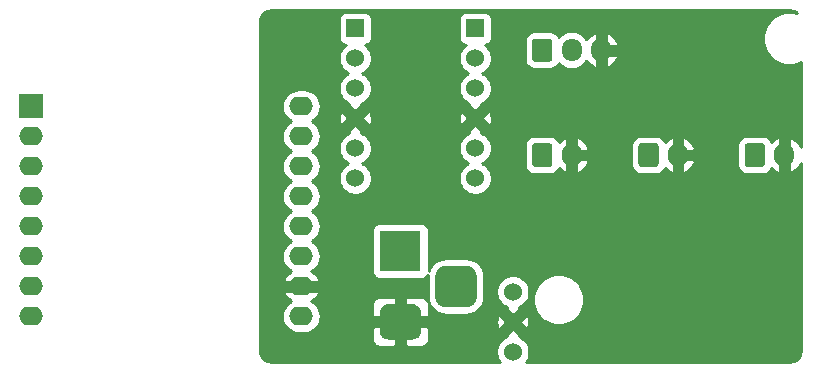
<source format=gbr>
G04 #@! TF.GenerationSoftware,KiCad,Pcbnew,(5.1.5)-3*
G04 #@! TF.CreationDate,2021-02-16T20:40:51+01:00*
G04 #@! TF.ProjectId,Nanoleafs,4e616e6f-6c65-4616-9673-2e6b69636164,rev?*
G04 #@! TF.SameCoordinates,Original*
G04 #@! TF.FileFunction,Copper,L2,Bot*
G04 #@! TF.FilePolarity,Positive*
%FSLAX46Y46*%
G04 Gerber Fmt 4.6, Leading zero omitted, Abs format (unit mm)*
G04 Created by KiCad (PCBNEW (5.1.5)-3) date 2021-02-16 20:40:51*
%MOMM*%
%LPD*%
G04 APERTURE LIST*
%ADD10O,1.700000X2.000000*%
%ADD11C,0.100000*%
%ADD12R,3.500000X3.500000*%
%ADD13C,1.524000*%
%ADD14O,1.700000X1.950000*%
%ADD15R,1.524000X1.524000*%
%ADD16O,2.000000X1.600000*%
%ADD17R,2.000000X2.000000*%
%ADD18C,0.254000*%
G04 APERTURE END LIST*
D10*
X106000000Y-30375000D03*
G04 #@! TA.AperFunction,ComponentPad*
D11*
G36*
X104124504Y-29376204D02*
G01*
X104148773Y-29379804D01*
X104172571Y-29385765D01*
X104195671Y-29394030D01*
X104217849Y-29404520D01*
X104238893Y-29417133D01*
X104258598Y-29431747D01*
X104276777Y-29448223D01*
X104293253Y-29466402D01*
X104307867Y-29486107D01*
X104320480Y-29507151D01*
X104330970Y-29529329D01*
X104339235Y-29552429D01*
X104345196Y-29576227D01*
X104348796Y-29600496D01*
X104350000Y-29625000D01*
X104350000Y-31125000D01*
X104348796Y-31149504D01*
X104345196Y-31173773D01*
X104339235Y-31197571D01*
X104330970Y-31220671D01*
X104320480Y-31242849D01*
X104307867Y-31263893D01*
X104293253Y-31283598D01*
X104276777Y-31301777D01*
X104258598Y-31318253D01*
X104238893Y-31332867D01*
X104217849Y-31345480D01*
X104195671Y-31355970D01*
X104172571Y-31364235D01*
X104148773Y-31370196D01*
X104124504Y-31373796D01*
X104100000Y-31375000D01*
X102900000Y-31375000D01*
X102875496Y-31373796D01*
X102851227Y-31370196D01*
X102827429Y-31364235D01*
X102804329Y-31355970D01*
X102782151Y-31345480D01*
X102761107Y-31332867D01*
X102741402Y-31318253D01*
X102723223Y-31301777D01*
X102706747Y-31283598D01*
X102692133Y-31263893D01*
X102679520Y-31242849D01*
X102669030Y-31220671D01*
X102660765Y-31197571D01*
X102654804Y-31173773D01*
X102651204Y-31149504D01*
X102650000Y-31125000D01*
X102650000Y-29625000D01*
X102651204Y-29600496D01*
X102654804Y-29576227D01*
X102660765Y-29552429D01*
X102669030Y-29529329D01*
X102679520Y-29507151D01*
X102692133Y-29486107D01*
X102706747Y-29466402D01*
X102723223Y-29448223D01*
X102741402Y-29431747D01*
X102761107Y-29417133D01*
X102782151Y-29404520D01*
X102804329Y-29394030D01*
X102827429Y-29385765D01*
X102851227Y-29379804D01*
X102875496Y-29376204D01*
X102900000Y-29375000D01*
X104100000Y-29375000D01*
X104124504Y-29376204D01*
G37*
G04 #@! TD.AperFunction*
G04 #@! TA.AperFunction,ComponentPad*
G36*
X79160765Y-39754213D02*
G01*
X79245704Y-39766813D01*
X79328999Y-39787677D01*
X79409848Y-39816605D01*
X79487472Y-39853319D01*
X79561124Y-39897464D01*
X79630094Y-39948616D01*
X79693718Y-40006282D01*
X79751384Y-40069906D01*
X79802536Y-40138876D01*
X79846681Y-40212528D01*
X79883395Y-40290152D01*
X79912323Y-40371001D01*
X79933187Y-40454296D01*
X79945787Y-40539235D01*
X79950000Y-40625000D01*
X79950000Y-42375000D01*
X79945787Y-42460765D01*
X79933187Y-42545704D01*
X79912323Y-42628999D01*
X79883395Y-42709848D01*
X79846681Y-42787472D01*
X79802536Y-42861124D01*
X79751384Y-42930094D01*
X79693718Y-42993718D01*
X79630094Y-43051384D01*
X79561124Y-43102536D01*
X79487472Y-43146681D01*
X79409848Y-43183395D01*
X79328999Y-43212323D01*
X79245704Y-43233187D01*
X79160765Y-43245787D01*
X79075000Y-43250000D01*
X77325000Y-43250000D01*
X77239235Y-43245787D01*
X77154296Y-43233187D01*
X77071001Y-43212323D01*
X76990152Y-43183395D01*
X76912528Y-43146681D01*
X76838876Y-43102536D01*
X76769906Y-43051384D01*
X76706282Y-42993718D01*
X76648616Y-42930094D01*
X76597464Y-42861124D01*
X76553319Y-42787472D01*
X76516605Y-42709848D01*
X76487677Y-42628999D01*
X76466813Y-42545704D01*
X76454213Y-42460765D01*
X76450000Y-42375000D01*
X76450000Y-40625000D01*
X76454213Y-40539235D01*
X76466813Y-40454296D01*
X76487677Y-40371001D01*
X76516605Y-40290152D01*
X76553319Y-40212528D01*
X76597464Y-40138876D01*
X76648616Y-40069906D01*
X76706282Y-40006282D01*
X76769906Y-39948616D01*
X76838876Y-39897464D01*
X76912528Y-39853319D01*
X76990152Y-39816605D01*
X77071001Y-39787677D01*
X77154296Y-39766813D01*
X77239235Y-39754213D01*
X77325000Y-39750000D01*
X79075000Y-39750000D01*
X79160765Y-39754213D01*
G37*
G04 #@! TD.AperFunction*
G04 #@! TA.AperFunction,ComponentPad*
G36*
X74573513Y-43003611D02*
G01*
X74646318Y-43014411D01*
X74717714Y-43032295D01*
X74787013Y-43057090D01*
X74853548Y-43088559D01*
X74916678Y-43126398D01*
X74975795Y-43170242D01*
X75030330Y-43219670D01*
X75079758Y-43274205D01*
X75123602Y-43333322D01*
X75161441Y-43396452D01*
X75192910Y-43462987D01*
X75217705Y-43532286D01*
X75235589Y-43603682D01*
X75246389Y-43676487D01*
X75250000Y-43750000D01*
X75250000Y-45250000D01*
X75246389Y-45323513D01*
X75235589Y-45396318D01*
X75217705Y-45467714D01*
X75192910Y-45537013D01*
X75161441Y-45603548D01*
X75123602Y-45666678D01*
X75079758Y-45725795D01*
X75030330Y-45780330D01*
X74975795Y-45829758D01*
X74916678Y-45873602D01*
X74853548Y-45911441D01*
X74787013Y-45942910D01*
X74717714Y-45967705D01*
X74646318Y-45985589D01*
X74573513Y-45996389D01*
X74500000Y-46000000D01*
X72500000Y-46000000D01*
X72426487Y-45996389D01*
X72353682Y-45985589D01*
X72282286Y-45967705D01*
X72212987Y-45942910D01*
X72146452Y-45911441D01*
X72083322Y-45873602D01*
X72024205Y-45829758D01*
X71969670Y-45780330D01*
X71920242Y-45725795D01*
X71876398Y-45666678D01*
X71838559Y-45603548D01*
X71807090Y-45537013D01*
X71782295Y-45467714D01*
X71764411Y-45396318D01*
X71753611Y-45323513D01*
X71750000Y-45250000D01*
X71750000Y-43750000D01*
X71753611Y-43676487D01*
X71764411Y-43603682D01*
X71782295Y-43532286D01*
X71807090Y-43462987D01*
X71838559Y-43396452D01*
X71876398Y-43333322D01*
X71920242Y-43274205D01*
X71969670Y-43219670D01*
X72024205Y-43170242D01*
X72083322Y-43126398D01*
X72146452Y-43088559D01*
X72212987Y-43057090D01*
X72282286Y-43032295D01*
X72353682Y-43014411D01*
X72426487Y-43003611D01*
X72500000Y-43000000D01*
X74500000Y-43000000D01*
X74573513Y-43003611D01*
G37*
G04 #@! TD.AperFunction*
D12*
X73500000Y-38500000D03*
D13*
X83020000Y-47040000D03*
X83020000Y-44500000D03*
X83020000Y-41960000D03*
D10*
X97000000Y-30375000D03*
G04 #@! TA.AperFunction,ComponentPad*
D11*
G36*
X95124504Y-29376204D02*
G01*
X95148773Y-29379804D01*
X95172571Y-29385765D01*
X95195671Y-29394030D01*
X95217849Y-29404520D01*
X95238893Y-29417133D01*
X95258598Y-29431747D01*
X95276777Y-29448223D01*
X95293253Y-29466402D01*
X95307867Y-29486107D01*
X95320480Y-29507151D01*
X95330970Y-29529329D01*
X95339235Y-29552429D01*
X95345196Y-29576227D01*
X95348796Y-29600496D01*
X95350000Y-29625000D01*
X95350000Y-31125000D01*
X95348796Y-31149504D01*
X95345196Y-31173773D01*
X95339235Y-31197571D01*
X95330970Y-31220671D01*
X95320480Y-31242849D01*
X95307867Y-31263893D01*
X95293253Y-31283598D01*
X95276777Y-31301777D01*
X95258598Y-31318253D01*
X95238893Y-31332867D01*
X95217849Y-31345480D01*
X95195671Y-31355970D01*
X95172571Y-31364235D01*
X95148773Y-31370196D01*
X95124504Y-31373796D01*
X95100000Y-31375000D01*
X93900000Y-31375000D01*
X93875496Y-31373796D01*
X93851227Y-31370196D01*
X93827429Y-31364235D01*
X93804329Y-31355970D01*
X93782151Y-31345480D01*
X93761107Y-31332867D01*
X93741402Y-31318253D01*
X93723223Y-31301777D01*
X93706747Y-31283598D01*
X93692133Y-31263893D01*
X93679520Y-31242849D01*
X93669030Y-31220671D01*
X93660765Y-31197571D01*
X93654804Y-31173773D01*
X93651204Y-31149504D01*
X93650000Y-31125000D01*
X93650000Y-29625000D01*
X93651204Y-29600496D01*
X93654804Y-29576227D01*
X93660765Y-29552429D01*
X93669030Y-29529329D01*
X93679520Y-29507151D01*
X93692133Y-29486107D01*
X93706747Y-29466402D01*
X93723223Y-29448223D01*
X93741402Y-29431747D01*
X93761107Y-29417133D01*
X93782151Y-29404520D01*
X93804329Y-29394030D01*
X93827429Y-29385765D01*
X93851227Y-29379804D01*
X93875496Y-29376204D01*
X93900000Y-29375000D01*
X95100000Y-29375000D01*
X95124504Y-29376204D01*
G37*
G04 #@! TD.AperFunction*
D10*
X88000000Y-30375000D03*
G04 #@! TA.AperFunction,ComponentPad*
D11*
G36*
X86124504Y-29376204D02*
G01*
X86148773Y-29379804D01*
X86172571Y-29385765D01*
X86195671Y-29394030D01*
X86217849Y-29404520D01*
X86238893Y-29417133D01*
X86258598Y-29431747D01*
X86276777Y-29448223D01*
X86293253Y-29466402D01*
X86307867Y-29486107D01*
X86320480Y-29507151D01*
X86330970Y-29529329D01*
X86339235Y-29552429D01*
X86345196Y-29576227D01*
X86348796Y-29600496D01*
X86350000Y-29625000D01*
X86350000Y-31125000D01*
X86348796Y-31149504D01*
X86345196Y-31173773D01*
X86339235Y-31197571D01*
X86330970Y-31220671D01*
X86320480Y-31242849D01*
X86307867Y-31263893D01*
X86293253Y-31283598D01*
X86276777Y-31301777D01*
X86258598Y-31318253D01*
X86238893Y-31332867D01*
X86217849Y-31345480D01*
X86195671Y-31355970D01*
X86172571Y-31364235D01*
X86148773Y-31370196D01*
X86124504Y-31373796D01*
X86100000Y-31375000D01*
X84900000Y-31375000D01*
X84875496Y-31373796D01*
X84851227Y-31370196D01*
X84827429Y-31364235D01*
X84804329Y-31355970D01*
X84782151Y-31345480D01*
X84761107Y-31332867D01*
X84741402Y-31318253D01*
X84723223Y-31301777D01*
X84706747Y-31283598D01*
X84692133Y-31263893D01*
X84679520Y-31242849D01*
X84669030Y-31220671D01*
X84660765Y-31197571D01*
X84654804Y-31173773D01*
X84651204Y-31149504D01*
X84650000Y-31125000D01*
X84650000Y-29625000D01*
X84651204Y-29600496D01*
X84654804Y-29576227D01*
X84660765Y-29552429D01*
X84669030Y-29529329D01*
X84679520Y-29507151D01*
X84692133Y-29486107D01*
X84706747Y-29466402D01*
X84723223Y-29448223D01*
X84741402Y-29431747D01*
X84761107Y-29417133D01*
X84782151Y-29404520D01*
X84804329Y-29394030D01*
X84827429Y-29385765D01*
X84851227Y-29379804D01*
X84875496Y-29376204D01*
X84900000Y-29375000D01*
X86100000Y-29375000D01*
X86124504Y-29376204D01*
G37*
G04 #@! TD.AperFunction*
D14*
X90500000Y-21500000D03*
X88000000Y-21500000D03*
G04 #@! TA.AperFunction,ComponentPad*
D11*
G36*
X86124504Y-20526204D02*
G01*
X86148773Y-20529804D01*
X86172571Y-20535765D01*
X86195671Y-20544030D01*
X86217849Y-20554520D01*
X86238893Y-20567133D01*
X86258598Y-20581747D01*
X86276777Y-20598223D01*
X86293253Y-20616402D01*
X86307867Y-20636107D01*
X86320480Y-20657151D01*
X86330970Y-20679329D01*
X86339235Y-20702429D01*
X86345196Y-20726227D01*
X86348796Y-20750496D01*
X86350000Y-20775000D01*
X86350000Y-22225000D01*
X86348796Y-22249504D01*
X86345196Y-22273773D01*
X86339235Y-22297571D01*
X86330970Y-22320671D01*
X86320480Y-22342849D01*
X86307867Y-22363893D01*
X86293253Y-22383598D01*
X86276777Y-22401777D01*
X86258598Y-22418253D01*
X86238893Y-22432867D01*
X86217849Y-22445480D01*
X86195671Y-22455970D01*
X86172571Y-22464235D01*
X86148773Y-22470196D01*
X86124504Y-22473796D01*
X86100000Y-22475000D01*
X84900000Y-22475000D01*
X84875496Y-22473796D01*
X84851227Y-22470196D01*
X84827429Y-22464235D01*
X84804329Y-22455970D01*
X84782151Y-22445480D01*
X84761107Y-22432867D01*
X84741402Y-22418253D01*
X84723223Y-22401777D01*
X84706747Y-22383598D01*
X84692133Y-22363893D01*
X84679520Y-22342849D01*
X84669030Y-22320671D01*
X84660765Y-22297571D01*
X84654804Y-22273773D01*
X84651204Y-22249504D01*
X84650000Y-22225000D01*
X84650000Y-20775000D01*
X84651204Y-20750496D01*
X84654804Y-20726227D01*
X84660765Y-20702429D01*
X84669030Y-20679329D01*
X84679520Y-20657151D01*
X84692133Y-20636107D01*
X84706747Y-20616402D01*
X84723223Y-20598223D01*
X84741402Y-20581747D01*
X84761107Y-20567133D01*
X84782151Y-20554520D01*
X84804329Y-20544030D01*
X84827429Y-20535765D01*
X84851227Y-20529804D01*
X84875496Y-20526204D01*
X84900000Y-20525000D01*
X86100000Y-20525000D01*
X86124504Y-20526204D01*
G37*
G04 #@! TD.AperFunction*
D15*
X69670000Y-19650000D03*
D13*
X69670000Y-22190000D03*
X69670000Y-24730000D03*
X69670000Y-27270000D03*
X69670000Y-29810000D03*
X69670000Y-32350000D03*
D15*
X79830000Y-19650000D03*
D13*
X79830000Y-22190000D03*
X79830000Y-24730000D03*
X79830000Y-27270000D03*
X79830000Y-29810000D03*
X79830000Y-32350000D03*
D16*
X65110000Y-26250000D03*
X65110000Y-28790000D03*
X65110000Y-31330000D03*
X65110000Y-33870000D03*
X65110000Y-36410000D03*
X65110000Y-38950000D03*
X65110000Y-41490000D03*
X65110000Y-44030000D03*
X42250000Y-44030000D03*
X42250000Y-41490000D03*
X42250000Y-38950000D03*
X42250000Y-36410000D03*
X42250000Y-33870000D03*
X42250000Y-31330000D03*
D17*
X42250000Y-26250000D03*
D16*
X42250000Y-28790000D03*
D18*
G36*
X106670189Y-18144376D02*
G01*
X106833850Y-18194022D01*
X106984672Y-18274638D01*
X107103735Y-18372350D01*
X107051925Y-18350890D01*
X106620128Y-18265000D01*
X106179872Y-18265000D01*
X105748075Y-18350890D01*
X105341331Y-18519369D01*
X104975271Y-18763962D01*
X104663962Y-19075271D01*
X104419369Y-19441331D01*
X104250890Y-19848075D01*
X104165000Y-20279872D01*
X104165000Y-20720128D01*
X104250890Y-21151925D01*
X104419369Y-21558669D01*
X104663962Y-21924729D01*
X104975271Y-22236038D01*
X105341331Y-22480631D01*
X105748075Y-22649110D01*
X106179872Y-22735000D01*
X106620128Y-22735000D01*
X107051925Y-22649110D01*
X107373000Y-22516116D01*
X107373000Y-29705181D01*
X107289510Y-29511583D01*
X107125552Y-29273720D01*
X106918339Y-29072414D01*
X106675835Y-28915402D01*
X106593265Y-28863655D01*
X106373000Y-28952282D01*
X106373000Y-30002000D01*
X106393000Y-30002000D01*
X106393000Y-30748000D01*
X106373000Y-30748000D01*
X106373000Y-31797718D01*
X106593265Y-31886345D01*
X106675835Y-31834598D01*
X106918339Y-31677586D01*
X107125552Y-31476280D01*
X107289510Y-31238417D01*
X107373000Y-31044819D01*
X107373000Y-46993766D01*
X107355624Y-47170189D01*
X107305978Y-47333850D01*
X107225362Y-47484672D01*
X107116870Y-47616870D01*
X106984672Y-47725362D01*
X106833850Y-47805978D01*
X106670189Y-47855624D01*
X106493766Y-47873000D01*
X84143564Y-47873000D01*
X84258005Y-47701727D01*
X84363314Y-47447490D01*
X84417000Y-47177592D01*
X84417000Y-46902408D01*
X84363314Y-46632510D01*
X84258005Y-46378273D01*
X84105120Y-46149465D01*
X83910535Y-45954880D01*
X83681727Y-45801995D01*
X83541234Y-45743801D01*
X83596165Y-45603667D01*
X83020000Y-45027502D01*
X82443835Y-45603667D01*
X82498766Y-45743801D01*
X82358273Y-45801995D01*
X82129465Y-45954880D01*
X81934880Y-46149465D01*
X81781995Y-46378273D01*
X81676686Y-46632510D01*
X81623000Y-46902408D01*
X81623000Y-47177592D01*
X81676686Y-47447490D01*
X81781995Y-47701727D01*
X81896436Y-47873000D01*
X62506234Y-47873000D01*
X62329811Y-47855624D01*
X62166150Y-47805978D01*
X62015328Y-47725362D01*
X61883130Y-47616870D01*
X61774638Y-47484672D01*
X61694022Y-47333850D01*
X61644376Y-47170189D01*
X61627000Y-46993766D01*
X61627000Y-46000000D01*
X71111928Y-46000000D01*
X71124188Y-46124482D01*
X71160498Y-46244180D01*
X71219463Y-46354494D01*
X71298815Y-46451185D01*
X71395506Y-46530537D01*
X71505820Y-46589502D01*
X71625518Y-46625812D01*
X71750000Y-46638072D01*
X72968250Y-46635000D01*
X73127000Y-46476250D01*
X73127000Y-44873000D01*
X73873000Y-44873000D01*
X73873000Y-46476250D01*
X74031750Y-46635000D01*
X75250000Y-46638072D01*
X75374482Y-46625812D01*
X75494180Y-46589502D01*
X75604494Y-46530537D01*
X75701185Y-46451185D01*
X75780537Y-46354494D01*
X75839502Y-46244180D01*
X75875812Y-46124482D01*
X75888072Y-46000000D01*
X75885000Y-45031750D01*
X75726250Y-44873000D01*
X73873000Y-44873000D01*
X73127000Y-44873000D01*
X71273750Y-44873000D01*
X71115000Y-45031750D01*
X71111928Y-46000000D01*
X61627000Y-46000000D01*
X61627000Y-44030000D01*
X63468057Y-44030000D01*
X63495764Y-44311309D01*
X63577818Y-44581808D01*
X63711068Y-44831101D01*
X63890392Y-45049608D01*
X64108899Y-45228932D01*
X64358192Y-45362182D01*
X64628691Y-45444236D01*
X64839508Y-45465000D01*
X65380492Y-45465000D01*
X65591309Y-45444236D01*
X65861808Y-45362182D01*
X66111101Y-45228932D01*
X66329608Y-45049608D01*
X66508932Y-44831101D01*
X66642182Y-44581808D01*
X66652809Y-44546773D01*
X81617020Y-44546773D01*
X81653103Y-44819583D01*
X81705916Y-44993684D01*
X81916333Y-45076165D01*
X82492498Y-44500000D01*
X83547502Y-44500000D01*
X84123667Y-45076165D01*
X84334084Y-44993684D01*
X84405147Y-44727833D01*
X84422980Y-44453227D01*
X84386897Y-44180417D01*
X84334084Y-44006316D01*
X84123667Y-43923835D01*
X83547502Y-44500000D01*
X82492498Y-44500000D01*
X81916333Y-43923835D01*
X81705916Y-44006316D01*
X81634853Y-44272167D01*
X81617020Y-44546773D01*
X66652809Y-44546773D01*
X66724236Y-44311309D01*
X66751943Y-44030000D01*
X66724236Y-43748691D01*
X66642182Y-43478192D01*
X66508932Y-43228899D01*
X66329608Y-43010392D01*
X66316946Y-43000000D01*
X71111928Y-43000000D01*
X71115000Y-43968250D01*
X71273750Y-44127000D01*
X73127000Y-44127000D01*
X73127000Y-42523750D01*
X73873000Y-42523750D01*
X73873000Y-44127000D01*
X75726250Y-44127000D01*
X75885000Y-43968250D01*
X75888072Y-43000000D01*
X75875812Y-42875518D01*
X75839502Y-42755820D01*
X75780537Y-42645506D01*
X75701185Y-42548815D01*
X75604494Y-42469463D01*
X75494180Y-42410498D01*
X75374482Y-42374188D01*
X75250000Y-42361928D01*
X74031750Y-42365000D01*
X73873000Y-42523750D01*
X73127000Y-42523750D01*
X72968250Y-42365000D01*
X71750000Y-42361928D01*
X71625518Y-42374188D01*
X71505820Y-42410498D01*
X71395506Y-42469463D01*
X71298815Y-42548815D01*
X71219463Y-42645506D01*
X71160498Y-42755820D01*
X71124188Y-42875518D01*
X71111928Y-43000000D01*
X66316946Y-43000000D01*
X66111101Y-42831068D01*
X65964750Y-42752841D01*
X66195454Y-42603829D01*
X66395738Y-42409684D01*
X66554297Y-42180196D01*
X66620265Y-42075175D01*
X66530527Y-41863000D01*
X65483000Y-41863000D01*
X65483000Y-41883000D01*
X64737000Y-41883000D01*
X64737000Y-41863000D01*
X63689473Y-41863000D01*
X63599735Y-42075175D01*
X63665703Y-42180196D01*
X63824262Y-42409684D01*
X64024546Y-42603829D01*
X64255250Y-42752841D01*
X64108899Y-42831068D01*
X63890392Y-43010392D01*
X63711068Y-43228899D01*
X63577818Y-43478192D01*
X63495764Y-43748691D01*
X63468057Y-44030000D01*
X61627000Y-44030000D01*
X61627000Y-26250000D01*
X63468057Y-26250000D01*
X63495764Y-26531309D01*
X63577818Y-26801808D01*
X63711068Y-27051101D01*
X63890392Y-27269608D01*
X64108899Y-27448932D01*
X64241858Y-27520000D01*
X64108899Y-27591068D01*
X63890392Y-27770392D01*
X63711068Y-27988899D01*
X63577818Y-28238192D01*
X63495764Y-28508691D01*
X63468057Y-28790000D01*
X63495764Y-29071309D01*
X63577818Y-29341808D01*
X63711068Y-29591101D01*
X63890392Y-29809608D01*
X64108899Y-29988932D01*
X64241858Y-30060000D01*
X64108899Y-30131068D01*
X63890392Y-30310392D01*
X63711068Y-30528899D01*
X63577818Y-30778192D01*
X63495764Y-31048691D01*
X63468057Y-31330000D01*
X63495764Y-31611309D01*
X63577818Y-31881808D01*
X63711068Y-32131101D01*
X63890392Y-32349608D01*
X64108899Y-32528932D01*
X64241858Y-32600000D01*
X64108899Y-32671068D01*
X63890392Y-32850392D01*
X63711068Y-33068899D01*
X63577818Y-33318192D01*
X63495764Y-33588691D01*
X63468057Y-33870000D01*
X63495764Y-34151309D01*
X63577818Y-34421808D01*
X63711068Y-34671101D01*
X63890392Y-34889608D01*
X64108899Y-35068932D01*
X64241858Y-35140000D01*
X64108899Y-35211068D01*
X63890392Y-35390392D01*
X63711068Y-35608899D01*
X63577818Y-35858192D01*
X63495764Y-36128691D01*
X63468057Y-36410000D01*
X63495764Y-36691309D01*
X63577818Y-36961808D01*
X63711068Y-37211101D01*
X63890392Y-37429608D01*
X64108899Y-37608932D01*
X64241858Y-37680000D01*
X64108899Y-37751068D01*
X63890392Y-37930392D01*
X63711068Y-38148899D01*
X63577818Y-38398192D01*
X63495764Y-38668691D01*
X63468057Y-38950000D01*
X63495764Y-39231309D01*
X63577818Y-39501808D01*
X63711068Y-39751101D01*
X63890392Y-39969608D01*
X64108899Y-40148932D01*
X64255250Y-40227159D01*
X64024546Y-40376171D01*
X63824262Y-40570316D01*
X63665703Y-40799804D01*
X63599735Y-40904825D01*
X63689473Y-41117000D01*
X64737000Y-41117000D01*
X64737000Y-41097000D01*
X65483000Y-41097000D01*
X65483000Y-41117000D01*
X66530527Y-41117000D01*
X66620265Y-40904825D01*
X66554297Y-40799804D01*
X66395738Y-40570316D01*
X66195454Y-40376171D01*
X65964750Y-40227159D01*
X66111101Y-40148932D01*
X66329608Y-39969608D01*
X66508932Y-39751101D01*
X66642182Y-39501808D01*
X66724236Y-39231309D01*
X66751943Y-38950000D01*
X66724236Y-38668691D01*
X66642182Y-38398192D01*
X66508932Y-38148899D01*
X66329608Y-37930392D01*
X66111101Y-37751068D01*
X65978142Y-37680000D01*
X66111101Y-37608932D01*
X66329608Y-37429608D01*
X66508932Y-37211101D01*
X66642182Y-36961808D01*
X66706432Y-36750000D01*
X71111928Y-36750000D01*
X71111928Y-40250000D01*
X71124188Y-40374482D01*
X71160498Y-40494180D01*
X71219463Y-40604494D01*
X71298815Y-40701185D01*
X71395506Y-40780537D01*
X71505820Y-40839502D01*
X71625518Y-40875812D01*
X71750000Y-40888072D01*
X75250000Y-40888072D01*
X75374482Y-40875812D01*
X75494180Y-40839502D01*
X75604494Y-40780537D01*
X75701185Y-40701185D01*
X75780537Y-40604494D01*
X75821494Y-40527869D01*
X75811928Y-40625000D01*
X75811928Y-42375000D01*
X75841001Y-42670186D01*
X75927104Y-42954028D01*
X76066927Y-43215618D01*
X76255097Y-43444903D01*
X76484382Y-43633073D01*
X76745972Y-43772896D01*
X77029814Y-43858999D01*
X77325000Y-43888072D01*
X79075000Y-43888072D01*
X79370186Y-43858999D01*
X79654028Y-43772896D01*
X79915618Y-43633073D01*
X80144903Y-43444903D01*
X80333073Y-43215618D01*
X80472896Y-42954028D01*
X80558999Y-42670186D01*
X80588072Y-42375000D01*
X80588072Y-41822408D01*
X81623000Y-41822408D01*
X81623000Y-42097592D01*
X81676686Y-42367490D01*
X81781995Y-42621727D01*
X81934880Y-42850535D01*
X82129465Y-43045120D01*
X82358273Y-43198005D01*
X82498766Y-43256199D01*
X82443835Y-43396333D01*
X83020000Y-43972498D01*
X83596165Y-43396333D01*
X83541234Y-43256199D01*
X83681727Y-43198005D01*
X83910535Y-43045120D01*
X84105120Y-42850535D01*
X84258005Y-42621727D01*
X84342271Y-42418290D01*
X84730497Y-42418290D01*
X84730497Y-42845644D01*
X84813870Y-43264788D01*
X84977412Y-43659612D01*
X85214837Y-44014944D01*
X85517023Y-44317130D01*
X85872355Y-44554555D01*
X86267179Y-44718097D01*
X86686323Y-44801470D01*
X87113677Y-44801470D01*
X87532821Y-44718097D01*
X87927645Y-44554555D01*
X88282977Y-44317130D01*
X88585163Y-44014944D01*
X88822588Y-43659612D01*
X88986130Y-43264788D01*
X89069503Y-42845644D01*
X89069503Y-42418290D01*
X88986130Y-41999146D01*
X88822588Y-41604322D01*
X88585163Y-41248990D01*
X88282977Y-40946804D01*
X87927645Y-40709379D01*
X87532821Y-40545837D01*
X87113677Y-40462464D01*
X86686323Y-40462464D01*
X86267179Y-40545837D01*
X85872355Y-40709379D01*
X85517023Y-40946804D01*
X85214837Y-41248990D01*
X84977412Y-41604322D01*
X84813870Y-41999146D01*
X84730497Y-42418290D01*
X84342271Y-42418290D01*
X84363314Y-42367490D01*
X84417000Y-42097592D01*
X84417000Y-41822408D01*
X84363314Y-41552510D01*
X84258005Y-41298273D01*
X84105120Y-41069465D01*
X83910535Y-40874880D01*
X83681727Y-40721995D01*
X83427490Y-40616686D01*
X83157592Y-40563000D01*
X82882408Y-40563000D01*
X82612510Y-40616686D01*
X82358273Y-40721995D01*
X82129465Y-40874880D01*
X81934880Y-41069465D01*
X81781995Y-41298273D01*
X81676686Y-41552510D01*
X81623000Y-41822408D01*
X80588072Y-41822408D01*
X80588072Y-40625000D01*
X80558999Y-40329814D01*
X80472896Y-40045972D01*
X80333073Y-39784382D01*
X80144903Y-39555097D01*
X79915618Y-39366927D01*
X79654028Y-39227104D01*
X79370186Y-39141001D01*
X79075000Y-39111928D01*
X77325000Y-39111928D01*
X77029814Y-39141001D01*
X76745972Y-39227104D01*
X76484382Y-39366927D01*
X76255097Y-39555097D01*
X76066927Y-39784382D01*
X75927104Y-40045972D01*
X75888072Y-40174643D01*
X75888072Y-36750000D01*
X75875812Y-36625518D01*
X75839502Y-36505820D01*
X75780537Y-36395506D01*
X75701185Y-36298815D01*
X75604494Y-36219463D01*
X75494180Y-36160498D01*
X75374482Y-36124188D01*
X75250000Y-36111928D01*
X71750000Y-36111928D01*
X71625518Y-36124188D01*
X71505820Y-36160498D01*
X71395506Y-36219463D01*
X71298815Y-36298815D01*
X71219463Y-36395506D01*
X71160498Y-36505820D01*
X71124188Y-36625518D01*
X71111928Y-36750000D01*
X66706432Y-36750000D01*
X66724236Y-36691309D01*
X66751943Y-36410000D01*
X66724236Y-36128691D01*
X66642182Y-35858192D01*
X66508932Y-35608899D01*
X66329608Y-35390392D01*
X66111101Y-35211068D01*
X65978142Y-35140000D01*
X66111101Y-35068932D01*
X66329608Y-34889608D01*
X66508932Y-34671101D01*
X66642182Y-34421808D01*
X66724236Y-34151309D01*
X66751943Y-33870000D01*
X66724236Y-33588691D01*
X66642182Y-33318192D01*
X66508932Y-33068899D01*
X66329608Y-32850392D01*
X66111101Y-32671068D01*
X65978142Y-32600000D01*
X66111101Y-32528932D01*
X66329608Y-32349608D01*
X66508932Y-32131101D01*
X66642182Y-31881808D01*
X66724236Y-31611309D01*
X66751943Y-31330000D01*
X66724236Y-31048691D01*
X66642182Y-30778192D01*
X66508932Y-30528899D01*
X66329608Y-30310392D01*
X66111101Y-30131068D01*
X65978142Y-30060000D01*
X66111101Y-29988932D01*
X66329608Y-29809608D01*
X66442205Y-29672408D01*
X68273000Y-29672408D01*
X68273000Y-29947592D01*
X68326686Y-30217490D01*
X68431995Y-30471727D01*
X68584880Y-30700535D01*
X68779465Y-30895120D01*
X69008273Y-31048005D01*
X69085515Y-31080000D01*
X69008273Y-31111995D01*
X68779465Y-31264880D01*
X68584880Y-31459465D01*
X68431995Y-31688273D01*
X68326686Y-31942510D01*
X68273000Y-32212408D01*
X68273000Y-32487592D01*
X68326686Y-32757490D01*
X68431995Y-33011727D01*
X68584880Y-33240535D01*
X68779465Y-33435120D01*
X69008273Y-33588005D01*
X69262510Y-33693314D01*
X69532408Y-33747000D01*
X69807592Y-33747000D01*
X70077490Y-33693314D01*
X70331727Y-33588005D01*
X70560535Y-33435120D01*
X70755120Y-33240535D01*
X70908005Y-33011727D01*
X71013314Y-32757490D01*
X71067000Y-32487592D01*
X71067000Y-32212408D01*
X71013314Y-31942510D01*
X70908005Y-31688273D01*
X70755120Y-31459465D01*
X70560535Y-31264880D01*
X70331727Y-31111995D01*
X70254485Y-31080000D01*
X70331727Y-31048005D01*
X70560535Y-30895120D01*
X70755120Y-30700535D01*
X70908005Y-30471727D01*
X71013314Y-30217490D01*
X71067000Y-29947592D01*
X71067000Y-29672408D01*
X78433000Y-29672408D01*
X78433000Y-29947592D01*
X78486686Y-30217490D01*
X78591995Y-30471727D01*
X78744880Y-30700535D01*
X78939465Y-30895120D01*
X79168273Y-31048005D01*
X79245515Y-31080000D01*
X79168273Y-31111995D01*
X78939465Y-31264880D01*
X78744880Y-31459465D01*
X78591995Y-31688273D01*
X78486686Y-31942510D01*
X78433000Y-32212408D01*
X78433000Y-32487592D01*
X78486686Y-32757490D01*
X78591995Y-33011727D01*
X78744880Y-33240535D01*
X78939465Y-33435120D01*
X79168273Y-33588005D01*
X79422510Y-33693314D01*
X79692408Y-33747000D01*
X79967592Y-33747000D01*
X80237490Y-33693314D01*
X80491727Y-33588005D01*
X80720535Y-33435120D01*
X80915120Y-33240535D01*
X81068005Y-33011727D01*
X81173314Y-32757490D01*
X81227000Y-32487592D01*
X81227000Y-32212408D01*
X81173314Y-31942510D01*
X81068005Y-31688273D01*
X80915120Y-31459465D01*
X80720535Y-31264880D01*
X80491727Y-31111995D01*
X80414485Y-31080000D01*
X80491727Y-31048005D01*
X80720535Y-30895120D01*
X80915120Y-30700535D01*
X81068005Y-30471727D01*
X81173314Y-30217490D01*
X81227000Y-29947592D01*
X81227000Y-29672408D01*
X81217570Y-29625000D01*
X84011928Y-29625000D01*
X84011928Y-31125000D01*
X84028992Y-31298254D01*
X84079528Y-31464850D01*
X84161595Y-31618386D01*
X84272038Y-31752962D01*
X84406614Y-31863405D01*
X84560150Y-31945472D01*
X84726746Y-31996008D01*
X84900000Y-32013072D01*
X86100000Y-32013072D01*
X86273254Y-31996008D01*
X86439850Y-31945472D01*
X86593386Y-31863405D01*
X86727962Y-31752962D01*
X86838405Y-31618386D01*
X86900720Y-31501803D01*
X87081661Y-31677586D01*
X87324165Y-31834598D01*
X87406735Y-31886345D01*
X87627000Y-31797718D01*
X87627000Y-30748000D01*
X88373000Y-30748000D01*
X88373000Y-31797718D01*
X88593265Y-31886345D01*
X88675835Y-31834598D01*
X88918339Y-31677586D01*
X89125552Y-31476280D01*
X89289510Y-31238417D01*
X89403913Y-30973138D01*
X89297983Y-30748000D01*
X88373000Y-30748000D01*
X87627000Y-30748000D01*
X87607000Y-30748000D01*
X87607000Y-30002000D01*
X87627000Y-30002000D01*
X87627000Y-28952282D01*
X88373000Y-28952282D01*
X88373000Y-30002000D01*
X89297983Y-30002000D01*
X89403913Y-29776862D01*
X89338422Y-29625000D01*
X93011928Y-29625000D01*
X93011928Y-31125000D01*
X93028992Y-31298254D01*
X93079528Y-31464850D01*
X93161595Y-31618386D01*
X93272038Y-31752962D01*
X93406614Y-31863405D01*
X93560150Y-31945472D01*
X93726746Y-31996008D01*
X93900000Y-32013072D01*
X95100000Y-32013072D01*
X95273254Y-31996008D01*
X95439850Y-31945472D01*
X95593386Y-31863405D01*
X95727962Y-31752962D01*
X95838405Y-31618386D01*
X95900720Y-31501803D01*
X96081661Y-31677586D01*
X96324165Y-31834598D01*
X96406735Y-31886345D01*
X96627000Y-31797718D01*
X96627000Y-30748000D01*
X97373000Y-30748000D01*
X97373000Y-31797718D01*
X97593265Y-31886345D01*
X97675835Y-31834598D01*
X97918339Y-31677586D01*
X98125552Y-31476280D01*
X98289510Y-31238417D01*
X98403913Y-30973138D01*
X98297983Y-30748000D01*
X97373000Y-30748000D01*
X96627000Y-30748000D01*
X96607000Y-30748000D01*
X96607000Y-30002000D01*
X96627000Y-30002000D01*
X96627000Y-28952282D01*
X97373000Y-28952282D01*
X97373000Y-30002000D01*
X98297983Y-30002000D01*
X98403913Y-29776862D01*
X98338422Y-29625000D01*
X102011928Y-29625000D01*
X102011928Y-31125000D01*
X102028992Y-31298254D01*
X102079528Y-31464850D01*
X102161595Y-31618386D01*
X102272038Y-31752962D01*
X102406614Y-31863405D01*
X102560150Y-31945472D01*
X102726746Y-31996008D01*
X102900000Y-32013072D01*
X104100000Y-32013072D01*
X104273254Y-31996008D01*
X104439850Y-31945472D01*
X104593386Y-31863405D01*
X104727962Y-31752962D01*
X104838405Y-31618386D01*
X104900720Y-31501803D01*
X105081661Y-31677586D01*
X105324165Y-31834598D01*
X105406735Y-31886345D01*
X105627000Y-31797718D01*
X105627000Y-30748000D01*
X105607000Y-30748000D01*
X105607000Y-30002000D01*
X105627000Y-30002000D01*
X105627000Y-28952282D01*
X105406735Y-28863655D01*
X105324165Y-28915402D01*
X105081661Y-29072414D01*
X104900720Y-29248197D01*
X104838405Y-29131614D01*
X104727962Y-28997038D01*
X104593386Y-28886595D01*
X104439850Y-28804528D01*
X104273254Y-28753992D01*
X104100000Y-28736928D01*
X102900000Y-28736928D01*
X102726746Y-28753992D01*
X102560150Y-28804528D01*
X102406614Y-28886595D01*
X102272038Y-28997038D01*
X102161595Y-29131614D01*
X102079528Y-29285150D01*
X102028992Y-29451746D01*
X102011928Y-29625000D01*
X98338422Y-29625000D01*
X98289510Y-29511583D01*
X98125552Y-29273720D01*
X97918339Y-29072414D01*
X97675835Y-28915402D01*
X97593265Y-28863655D01*
X97373000Y-28952282D01*
X96627000Y-28952282D01*
X96406735Y-28863655D01*
X96324165Y-28915402D01*
X96081661Y-29072414D01*
X95900720Y-29248197D01*
X95838405Y-29131614D01*
X95727962Y-28997038D01*
X95593386Y-28886595D01*
X95439850Y-28804528D01*
X95273254Y-28753992D01*
X95100000Y-28736928D01*
X93900000Y-28736928D01*
X93726746Y-28753992D01*
X93560150Y-28804528D01*
X93406614Y-28886595D01*
X93272038Y-28997038D01*
X93161595Y-29131614D01*
X93079528Y-29285150D01*
X93028992Y-29451746D01*
X93011928Y-29625000D01*
X89338422Y-29625000D01*
X89289510Y-29511583D01*
X89125552Y-29273720D01*
X88918339Y-29072414D01*
X88675835Y-28915402D01*
X88593265Y-28863655D01*
X88373000Y-28952282D01*
X87627000Y-28952282D01*
X87406735Y-28863655D01*
X87324165Y-28915402D01*
X87081661Y-29072414D01*
X86900720Y-29248197D01*
X86838405Y-29131614D01*
X86727962Y-28997038D01*
X86593386Y-28886595D01*
X86439850Y-28804528D01*
X86273254Y-28753992D01*
X86100000Y-28736928D01*
X84900000Y-28736928D01*
X84726746Y-28753992D01*
X84560150Y-28804528D01*
X84406614Y-28886595D01*
X84272038Y-28997038D01*
X84161595Y-29131614D01*
X84079528Y-29285150D01*
X84028992Y-29451746D01*
X84011928Y-29625000D01*
X81217570Y-29625000D01*
X81173314Y-29402510D01*
X81068005Y-29148273D01*
X80915120Y-28919465D01*
X80720535Y-28724880D01*
X80491727Y-28571995D01*
X80351234Y-28513801D01*
X80406165Y-28373667D01*
X79830000Y-27797502D01*
X79253835Y-28373667D01*
X79308766Y-28513801D01*
X79168273Y-28571995D01*
X78939465Y-28724880D01*
X78744880Y-28919465D01*
X78591995Y-29148273D01*
X78486686Y-29402510D01*
X78433000Y-29672408D01*
X71067000Y-29672408D01*
X71013314Y-29402510D01*
X70908005Y-29148273D01*
X70755120Y-28919465D01*
X70560535Y-28724880D01*
X70331727Y-28571995D01*
X70191234Y-28513801D01*
X70246165Y-28373667D01*
X69670000Y-27797502D01*
X69093835Y-28373667D01*
X69148766Y-28513801D01*
X69008273Y-28571995D01*
X68779465Y-28724880D01*
X68584880Y-28919465D01*
X68431995Y-29148273D01*
X68326686Y-29402510D01*
X68273000Y-29672408D01*
X66442205Y-29672408D01*
X66508932Y-29591101D01*
X66642182Y-29341808D01*
X66724236Y-29071309D01*
X66751943Y-28790000D01*
X66724236Y-28508691D01*
X66642182Y-28238192D01*
X66508932Y-27988899D01*
X66329608Y-27770392D01*
X66111101Y-27591068D01*
X65978142Y-27520000D01*
X66111101Y-27448932D01*
X66272137Y-27316773D01*
X68267020Y-27316773D01*
X68303103Y-27589583D01*
X68355916Y-27763684D01*
X68566333Y-27846165D01*
X69142498Y-27270000D01*
X70197502Y-27270000D01*
X70773667Y-27846165D01*
X70984084Y-27763684D01*
X71055147Y-27497833D01*
X71066905Y-27316773D01*
X78427020Y-27316773D01*
X78463103Y-27589583D01*
X78515916Y-27763684D01*
X78726333Y-27846165D01*
X79302498Y-27270000D01*
X80357502Y-27270000D01*
X80933667Y-27846165D01*
X81144084Y-27763684D01*
X81215147Y-27497833D01*
X81232980Y-27223227D01*
X81196897Y-26950417D01*
X81144084Y-26776316D01*
X80933667Y-26693835D01*
X80357502Y-27270000D01*
X79302498Y-27270000D01*
X78726333Y-26693835D01*
X78515916Y-26776316D01*
X78444853Y-27042167D01*
X78427020Y-27316773D01*
X71066905Y-27316773D01*
X71072980Y-27223227D01*
X71036897Y-26950417D01*
X70984084Y-26776316D01*
X70773667Y-26693835D01*
X70197502Y-27270000D01*
X69142498Y-27270000D01*
X68566333Y-26693835D01*
X68355916Y-26776316D01*
X68284853Y-27042167D01*
X68267020Y-27316773D01*
X66272137Y-27316773D01*
X66329608Y-27269608D01*
X66508932Y-27051101D01*
X66642182Y-26801808D01*
X66724236Y-26531309D01*
X66751943Y-26250000D01*
X66724236Y-25968691D01*
X66642182Y-25698192D01*
X66508932Y-25448899D01*
X66329608Y-25230392D01*
X66111101Y-25051068D01*
X65861808Y-24917818D01*
X65591309Y-24835764D01*
X65380492Y-24815000D01*
X64839508Y-24815000D01*
X64628691Y-24835764D01*
X64358192Y-24917818D01*
X64108899Y-25051068D01*
X63890392Y-25230392D01*
X63711068Y-25448899D01*
X63577818Y-25698192D01*
X63495764Y-25968691D01*
X63468057Y-26250000D01*
X61627000Y-26250000D01*
X61627000Y-19006234D01*
X61638644Y-18888000D01*
X68269928Y-18888000D01*
X68269928Y-20412000D01*
X68282188Y-20536482D01*
X68318498Y-20656180D01*
X68377463Y-20766494D01*
X68456815Y-20863185D01*
X68553506Y-20942537D01*
X68663820Y-21001502D01*
X68783518Y-21037812D01*
X68867465Y-21046080D01*
X68779465Y-21104880D01*
X68584880Y-21299465D01*
X68431995Y-21528273D01*
X68326686Y-21782510D01*
X68273000Y-22052408D01*
X68273000Y-22327592D01*
X68326686Y-22597490D01*
X68431995Y-22851727D01*
X68584880Y-23080535D01*
X68779465Y-23275120D01*
X69008273Y-23428005D01*
X69085515Y-23460000D01*
X69008273Y-23491995D01*
X68779465Y-23644880D01*
X68584880Y-23839465D01*
X68431995Y-24068273D01*
X68326686Y-24322510D01*
X68273000Y-24592408D01*
X68273000Y-24867592D01*
X68326686Y-25137490D01*
X68431995Y-25391727D01*
X68584880Y-25620535D01*
X68779465Y-25815120D01*
X69008273Y-25968005D01*
X69148766Y-26026199D01*
X69093835Y-26166333D01*
X69670000Y-26742498D01*
X70246165Y-26166333D01*
X70191234Y-26026199D01*
X70331727Y-25968005D01*
X70560535Y-25815120D01*
X70755120Y-25620535D01*
X70908005Y-25391727D01*
X71013314Y-25137490D01*
X71067000Y-24867592D01*
X71067000Y-24592408D01*
X71013314Y-24322510D01*
X70908005Y-24068273D01*
X70755120Y-23839465D01*
X70560535Y-23644880D01*
X70331727Y-23491995D01*
X70254485Y-23460000D01*
X70331727Y-23428005D01*
X70560535Y-23275120D01*
X70755120Y-23080535D01*
X70908005Y-22851727D01*
X71013314Y-22597490D01*
X71067000Y-22327592D01*
X71067000Y-22052408D01*
X71013314Y-21782510D01*
X70908005Y-21528273D01*
X70755120Y-21299465D01*
X70560535Y-21104880D01*
X70472535Y-21046080D01*
X70556482Y-21037812D01*
X70676180Y-21001502D01*
X70786494Y-20942537D01*
X70883185Y-20863185D01*
X70962537Y-20766494D01*
X71021502Y-20656180D01*
X71057812Y-20536482D01*
X71070072Y-20412000D01*
X71070072Y-18888000D01*
X78429928Y-18888000D01*
X78429928Y-20412000D01*
X78442188Y-20536482D01*
X78478498Y-20656180D01*
X78537463Y-20766494D01*
X78616815Y-20863185D01*
X78713506Y-20942537D01*
X78823820Y-21001502D01*
X78943518Y-21037812D01*
X79027465Y-21046080D01*
X78939465Y-21104880D01*
X78744880Y-21299465D01*
X78591995Y-21528273D01*
X78486686Y-21782510D01*
X78433000Y-22052408D01*
X78433000Y-22327592D01*
X78486686Y-22597490D01*
X78591995Y-22851727D01*
X78744880Y-23080535D01*
X78939465Y-23275120D01*
X79168273Y-23428005D01*
X79245515Y-23460000D01*
X79168273Y-23491995D01*
X78939465Y-23644880D01*
X78744880Y-23839465D01*
X78591995Y-24068273D01*
X78486686Y-24322510D01*
X78433000Y-24592408D01*
X78433000Y-24867592D01*
X78486686Y-25137490D01*
X78591995Y-25391727D01*
X78744880Y-25620535D01*
X78939465Y-25815120D01*
X79168273Y-25968005D01*
X79308766Y-26026199D01*
X79253835Y-26166333D01*
X79830000Y-26742498D01*
X80406165Y-26166333D01*
X80351234Y-26026199D01*
X80491727Y-25968005D01*
X80720535Y-25815120D01*
X80915120Y-25620535D01*
X81068005Y-25391727D01*
X81173314Y-25137490D01*
X81227000Y-24867592D01*
X81227000Y-24592408D01*
X81173314Y-24322510D01*
X81068005Y-24068273D01*
X80915120Y-23839465D01*
X80720535Y-23644880D01*
X80491727Y-23491995D01*
X80414485Y-23460000D01*
X80491727Y-23428005D01*
X80720535Y-23275120D01*
X80915120Y-23080535D01*
X81068005Y-22851727D01*
X81173314Y-22597490D01*
X81227000Y-22327592D01*
X81227000Y-22052408D01*
X81173314Y-21782510D01*
X81068005Y-21528273D01*
X80915120Y-21299465D01*
X80720535Y-21104880D01*
X80632535Y-21046080D01*
X80716482Y-21037812D01*
X80836180Y-21001502D01*
X80946494Y-20942537D01*
X81043185Y-20863185D01*
X81115556Y-20775000D01*
X84011928Y-20775000D01*
X84011928Y-22225000D01*
X84028992Y-22398254D01*
X84079528Y-22564850D01*
X84161595Y-22718386D01*
X84272038Y-22852962D01*
X84406614Y-22963405D01*
X84560150Y-23045472D01*
X84726746Y-23096008D01*
X84900000Y-23113072D01*
X86100000Y-23113072D01*
X86273254Y-23096008D01*
X86439850Y-23045472D01*
X86593386Y-22963405D01*
X86727962Y-22852962D01*
X86838405Y-22718386D01*
X86892777Y-22616663D01*
X86944866Y-22680134D01*
X87170987Y-22865706D01*
X87428967Y-23003599D01*
X87708890Y-23088513D01*
X88000000Y-23117185D01*
X88291111Y-23088513D01*
X88571034Y-23003599D01*
X88829014Y-22865706D01*
X89055134Y-22680134D01*
X89240706Y-22454014D01*
X89261285Y-22415514D01*
X89390242Y-22595922D01*
X89600983Y-22793769D01*
X89846273Y-22946701D01*
X89906735Y-22986345D01*
X90127000Y-22897718D01*
X90127000Y-21873000D01*
X90873000Y-21873000D01*
X90873000Y-22897718D01*
X91093265Y-22986345D01*
X91153727Y-22946701D01*
X91399017Y-22793769D01*
X91609758Y-22595922D01*
X91777852Y-22360763D01*
X91896839Y-22097329D01*
X91794780Y-21873000D01*
X90873000Y-21873000D01*
X90127000Y-21873000D01*
X90107000Y-21873000D01*
X90107000Y-21127000D01*
X90127000Y-21127000D01*
X90127000Y-20102282D01*
X90873000Y-20102282D01*
X90873000Y-21127000D01*
X91794780Y-21127000D01*
X91896839Y-20902671D01*
X91777852Y-20639237D01*
X91609758Y-20404078D01*
X91399017Y-20206231D01*
X91153727Y-20053299D01*
X91093265Y-20013655D01*
X90873000Y-20102282D01*
X90127000Y-20102282D01*
X89906735Y-20013655D01*
X89846273Y-20053299D01*
X89600983Y-20206231D01*
X89390242Y-20404078D01*
X89261285Y-20584486D01*
X89240706Y-20545986D01*
X89055134Y-20319866D01*
X88829013Y-20134294D01*
X88571033Y-19996401D01*
X88291110Y-19911487D01*
X88000000Y-19882815D01*
X87708889Y-19911487D01*
X87428966Y-19996401D01*
X87170986Y-20134294D01*
X86944866Y-20319866D01*
X86892777Y-20383337D01*
X86838405Y-20281614D01*
X86727962Y-20147038D01*
X86593386Y-20036595D01*
X86439850Y-19954528D01*
X86273254Y-19903992D01*
X86100000Y-19886928D01*
X84900000Y-19886928D01*
X84726746Y-19903992D01*
X84560150Y-19954528D01*
X84406614Y-20036595D01*
X84272038Y-20147038D01*
X84161595Y-20281614D01*
X84079528Y-20435150D01*
X84028992Y-20601746D01*
X84011928Y-20775000D01*
X81115556Y-20775000D01*
X81122537Y-20766494D01*
X81181502Y-20656180D01*
X81217812Y-20536482D01*
X81230072Y-20412000D01*
X81230072Y-18888000D01*
X81217812Y-18763518D01*
X81181502Y-18643820D01*
X81122537Y-18533506D01*
X81043185Y-18436815D01*
X80946494Y-18357463D01*
X80836180Y-18298498D01*
X80716482Y-18262188D01*
X80592000Y-18249928D01*
X79068000Y-18249928D01*
X78943518Y-18262188D01*
X78823820Y-18298498D01*
X78713506Y-18357463D01*
X78616815Y-18436815D01*
X78537463Y-18533506D01*
X78478498Y-18643820D01*
X78442188Y-18763518D01*
X78429928Y-18888000D01*
X71070072Y-18888000D01*
X71057812Y-18763518D01*
X71021502Y-18643820D01*
X70962537Y-18533506D01*
X70883185Y-18436815D01*
X70786494Y-18357463D01*
X70676180Y-18298498D01*
X70556482Y-18262188D01*
X70432000Y-18249928D01*
X68908000Y-18249928D01*
X68783518Y-18262188D01*
X68663820Y-18298498D01*
X68553506Y-18357463D01*
X68456815Y-18436815D01*
X68377463Y-18533506D01*
X68318498Y-18643820D01*
X68282188Y-18763518D01*
X68269928Y-18888000D01*
X61638644Y-18888000D01*
X61644376Y-18829811D01*
X61694022Y-18666150D01*
X61774638Y-18515328D01*
X61883130Y-18383130D01*
X62015328Y-18274638D01*
X62166150Y-18194022D01*
X62329811Y-18144376D01*
X62506234Y-18127000D01*
X106493766Y-18127000D01*
X106670189Y-18144376D01*
G37*
X106670189Y-18144376D02*
X106833850Y-18194022D01*
X106984672Y-18274638D01*
X107103735Y-18372350D01*
X107051925Y-18350890D01*
X106620128Y-18265000D01*
X106179872Y-18265000D01*
X105748075Y-18350890D01*
X105341331Y-18519369D01*
X104975271Y-18763962D01*
X104663962Y-19075271D01*
X104419369Y-19441331D01*
X104250890Y-19848075D01*
X104165000Y-20279872D01*
X104165000Y-20720128D01*
X104250890Y-21151925D01*
X104419369Y-21558669D01*
X104663962Y-21924729D01*
X104975271Y-22236038D01*
X105341331Y-22480631D01*
X105748075Y-22649110D01*
X106179872Y-22735000D01*
X106620128Y-22735000D01*
X107051925Y-22649110D01*
X107373000Y-22516116D01*
X107373000Y-29705181D01*
X107289510Y-29511583D01*
X107125552Y-29273720D01*
X106918339Y-29072414D01*
X106675835Y-28915402D01*
X106593265Y-28863655D01*
X106373000Y-28952282D01*
X106373000Y-30002000D01*
X106393000Y-30002000D01*
X106393000Y-30748000D01*
X106373000Y-30748000D01*
X106373000Y-31797718D01*
X106593265Y-31886345D01*
X106675835Y-31834598D01*
X106918339Y-31677586D01*
X107125552Y-31476280D01*
X107289510Y-31238417D01*
X107373000Y-31044819D01*
X107373000Y-46993766D01*
X107355624Y-47170189D01*
X107305978Y-47333850D01*
X107225362Y-47484672D01*
X107116870Y-47616870D01*
X106984672Y-47725362D01*
X106833850Y-47805978D01*
X106670189Y-47855624D01*
X106493766Y-47873000D01*
X84143564Y-47873000D01*
X84258005Y-47701727D01*
X84363314Y-47447490D01*
X84417000Y-47177592D01*
X84417000Y-46902408D01*
X84363314Y-46632510D01*
X84258005Y-46378273D01*
X84105120Y-46149465D01*
X83910535Y-45954880D01*
X83681727Y-45801995D01*
X83541234Y-45743801D01*
X83596165Y-45603667D01*
X83020000Y-45027502D01*
X82443835Y-45603667D01*
X82498766Y-45743801D01*
X82358273Y-45801995D01*
X82129465Y-45954880D01*
X81934880Y-46149465D01*
X81781995Y-46378273D01*
X81676686Y-46632510D01*
X81623000Y-46902408D01*
X81623000Y-47177592D01*
X81676686Y-47447490D01*
X81781995Y-47701727D01*
X81896436Y-47873000D01*
X62506234Y-47873000D01*
X62329811Y-47855624D01*
X62166150Y-47805978D01*
X62015328Y-47725362D01*
X61883130Y-47616870D01*
X61774638Y-47484672D01*
X61694022Y-47333850D01*
X61644376Y-47170189D01*
X61627000Y-46993766D01*
X61627000Y-46000000D01*
X71111928Y-46000000D01*
X71124188Y-46124482D01*
X71160498Y-46244180D01*
X71219463Y-46354494D01*
X71298815Y-46451185D01*
X71395506Y-46530537D01*
X71505820Y-46589502D01*
X71625518Y-46625812D01*
X71750000Y-46638072D01*
X72968250Y-46635000D01*
X73127000Y-46476250D01*
X73127000Y-44873000D01*
X73873000Y-44873000D01*
X73873000Y-46476250D01*
X74031750Y-46635000D01*
X75250000Y-46638072D01*
X75374482Y-46625812D01*
X75494180Y-46589502D01*
X75604494Y-46530537D01*
X75701185Y-46451185D01*
X75780537Y-46354494D01*
X75839502Y-46244180D01*
X75875812Y-46124482D01*
X75888072Y-46000000D01*
X75885000Y-45031750D01*
X75726250Y-44873000D01*
X73873000Y-44873000D01*
X73127000Y-44873000D01*
X71273750Y-44873000D01*
X71115000Y-45031750D01*
X71111928Y-46000000D01*
X61627000Y-46000000D01*
X61627000Y-44030000D01*
X63468057Y-44030000D01*
X63495764Y-44311309D01*
X63577818Y-44581808D01*
X63711068Y-44831101D01*
X63890392Y-45049608D01*
X64108899Y-45228932D01*
X64358192Y-45362182D01*
X64628691Y-45444236D01*
X64839508Y-45465000D01*
X65380492Y-45465000D01*
X65591309Y-45444236D01*
X65861808Y-45362182D01*
X66111101Y-45228932D01*
X66329608Y-45049608D01*
X66508932Y-44831101D01*
X66642182Y-44581808D01*
X66652809Y-44546773D01*
X81617020Y-44546773D01*
X81653103Y-44819583D01*
X81705916Y-44993684D01*
X81916333Y-45076165D01*
X82492498Y-44500000D01*
X83547502Y-44500000D01*
X84123667Y-45076165D01*
X84334084Y-44993684D01*
X84405147Y-44727833D01*
X84422980Y-44453227D01*
X84386897Y-44180417D01*
X84334084Y-44006316D01*
X84123667Y-43923835D01*
X83547502Y-44500000D01*
X82492498Y-44500000D01*
X81916333Y-43923835D01*
X81705916Y-44006316D01*
X81634853Y-44272167D01*
X81617020Y-44546773D01*
X66652809Y-44546773D01*
X66724236Y-44311309D01*
X66751943Y-44030000D01*
X66724236Y-43748691D01*
X66642182Y-43478192D01*
X66508932Y-43228899D01*
X66329608Y-43010392D01*
X66316946Y-43000000D01*
X71111928Y-43000000D01*
X71115000Y-43968250D01*
X71273750Y-44127000D01*
X73127000Y-44127000D01*
X73127000Y-42523750D01*
X73873000Y-42523750D01*
X73873000Y-44127000D01*
X75726250Y-44127000D01*
X75885000Y-43968250D01*
X75888072Y-43000000D01*
X75875812Y-42875518D01*
X75839502Y-42755820D01*
X75780537Y-42645506D01*
X75701185Y-42548815D01*
X75604494Y-42469463D01*
X75494180Y-42410498D01*
X75374482Y-42374188D01*
X75250000Y-42361928D01*
X74031750Y-42365000D01*
X73873000Y-42523750D01*
X73127000Y-42523750D01*
X72968250Y-42365000D01*
X71750000Y-42361928D01*
X71625518Y-42374188D01*
X71505820Y-42410498D01*
X71395506Y-42469463D01*
X71298815Y-42548815D01*
X71219463Y-42645506D01*
X71160498Y-42755820D01*
X71124188Y-42875518D01*
X71111928Y-43000000D01*
X66316946Y-43000000D01*
X66111101Y-42831068D01*
X65964750Y-42752841D01*
X66195454Y-42603829D01*
X66395738Y-42409684D01*
X66554297Y-42180196D01*
X66620265Y-42075175D01*
X66530527Y-41863000D01*
X65483000Y-41863000D01*
X65483000Y-41883000D01*
X64737000Y-41883000D01*
X64737000Y-41863000D01*
X63689473Y-41863000D01*
X63599735Y-42075175D01*
X63665703Y-42180196D01*
X63824262Y-42409684D01*
X64024546Y-42603829D01*
X64255250Y-42752841D01*
X64108899Y-42831068D01*
X63890392Y-43010392D01*
X63711068Y-43228899D01*
X63577818Y-43478192D01*
X63495764Y-43748691D01*
X63468057Y-44030000D01*
X61627000Y-44030000D01*
X61627000Y-26250000D01*
X63468057Y-26250000D01*
X63495764Y-26531309D01*
X63577818Y-26801808D01*
X63711068Y-27051101D01*
X63890392Y-27269608D01*
X64108899Y-27448932D01*
X64241858Y-27520000D01*
X64108899Y-27591068D01*
X63890392Y-27770392D01*
X63711068Y-27988899D01*
X63577818Y-28238192D01*
X63495764Y-28508691D01*
X63468057Y-28790000D01*
X63495764Y-29071309D01*
X63577818Y-29341808D01*
X63711068Y-29591101D01*
X63890392Y-29809608D01*
X64108899Y-29988932D01*
X64241858Y-30060000D01*
X64108899Y-30131068D01*
X63890392Y-30310392D01*
X63711068Y-30528899D01*
X63577818Y-30778192D01*
X63495764Y-31048691D01*
X63468057Y-31330000D01*
X63495764Y-31611309D01*
X63577818Y-31881808D01*
X63711068Y-32131101D01*
X63890392Y-32349608D01*
X64108899Y-32528932D01*
X64241858Y-32600000D01*
X64108899Y-32671068D01*
X63890392Y-32850392D01*
X63711068Y-33068899D01*
X63577818Y-33318192D01*
X63495764Y-33588691D01*
X63468057Y-33870000D01*
X63495764Y-34151309D01*
X63577818Y-34421808D01*
X63711068Y-34671101D01*
X63890392Y-34889608D01*
X64108899Y-35068932D01*
X64241858Y-35140000D01*
X64108899Y-35211068D01*
X63890392Y-35390392D01*
X63711068Y-35608899D01*
X63577818Y-35858192D01*
X63495764Y-36128691D01*
X63468057Y-36410000D01*
X63495764Y-36691309D01*
X63577818Y-36961808D01*
X63711068Y-37211101D01*
X63890392Y-37429608D01*
X64108899Y-37608932D01*
X64241858Y-37680000D01*
X64108899Y-37751068D01*
X63890392Y-37930392D01*
X63711068Y-38148899D01*
X63577818Y-38398192D01*
X63495764Y-38668691D01*
X63468057Y-38950000D01*
X63495764Y-39231309D01*
X63577818Y-39501808D01*
X63711068Y-39751101D01*
X63890392Y-39969608D01*
X64108899Y-40148932D01*
X64255250Y-40227159D01*
X64024546Y-40376171D01*
X63824262Y-40570316D01*
X63665703Y-40799804D01*
X63599735Y-40904825D01*
X63689473Y-41117000D01*
X64737000Y-41117000D01*
X64737000Y-41097000D01*
X65483000Y-41097000D01*
X65483000Y-41117000D01*
X66530527Y-41117000D01*
X66620265Y-40904825D01*
X66554297Y-40799804D01*
X66395738Y-40570316D01*
X66195454Y-40376171D01*
X65964750Y-40227159D01*
X66111101Y-40148932D01*
X66329608Y-39969608D01*
X66508932Y-39751101D01*
X66642182Y-39501808D01*
X66724236Y-39231309D01*
X66751943Y-38950000D01*
X66724236Y-38668691D01*
X66642182Y-38398192D01*
X66508932Y-38148899D01*
X66329608Y-37930392D01*
X66111101Y-37751068D01*
X65978142Y-37680000D01*
X66111101Y-37608932D01*
X66329608Y-37429608D01*
X66508932Y-37211101D01*
X66642182Y-36961808D01*
X66706432Y-36750000D01*
X71111928Y-36750000D01*
X71111928Y-40250000D01*
X71124188Y-40374482D01*
X71160498Y-40494180D01*
X71219463Y-40604494D01*
X71298815Y-40701185D01*
X71395506Y-40780537D01*
X71505820Y-40839502D01*
X71625518Y-40875812D01*
X71750000Y-40888072D01*
X75250000Y-40888072D01*
X75374482Y-40875812D01*
X75494180Y-40839502D01*
X75604494Y-40780537D01*
X75701185Y-40701185D01*
X75780537Y-40604494D01*
X75821494Y-40527869D01*
X75811928Y-40625000D01*
X75811928Y-42375000D01*
X75841001Y-42670186D01*
X75927104Y-42954028D01*
X76066927Y-43215618D01*
X76255097Y-43444903D01*
X76484382Y-43633073D01*
X76745972Y-43772896D01*
X77029814Y-43858999D01*
X77325000Y-43888072D01*
X79075000Y-43888072D01*
X79370186Y-43858999D01*
X79654028Y-43772896D01*
X79915618Y-43633073D01*
X80144903Y-43444903D01*
X80333073Y-43215618D01*
X80472896Y-42954028D01*
X80558999Y-42670186D01*
X80588072Y-42375000D01*
X80588072Y-41822408D01*
X81623000Y-41822408D01*
X81623000Y-42097592D01*
X81676686Y-42367490D01*
X81781995Y-42621727D01*
X81934880Y-42850535D01*
X82129465Y-43045120D01*
X82358273Y-43198005D01*
X82498766Y-43256199D01*
X82443835Y-43396333D01*
X83020000Y-43972498D01*
X83596165Y-43396333D01*
X83541234Y-43256199D01*
X83681727Y-43198005D01*
X83910535Y-43045120D01*
X84105120Y-42850535D01*
X84258005Y-42621727D01*
X84342271Y-42418290D01*
X84730497Y-42418290D01*
X84730497Y-42845644D01*
X84813870Y-43264788D01*
X84977412Y-43659612D01*
X85214837Y-44014944D01*
X85517023Y-44317130D01*
X85872355Y-44554555D01*
X86267179Y-44718097D01*
X86686323Y-44801470D01*
X87113677Y-44801470D01*
X87532821Y-44718097D01*
X87927645Y-44554555D01*
X88282977Y-44317130D01*
X88585163Y-44014944D01*
X88822588Y-43659612D01*
X88986130Y-43264788D01*
X89069503Y-42845644D01*
X89069503Y-42418290D01*
X88986130Y-41999146D01*
X88822588Y-41604322D01*
X88585163Y-41248990D01*
X88282977Y-40946804D01*
X87927645Y-40709379D01*
X87532821Y-40545837D01*
X87113677Y-40462464D01*
X86686323Y-40462464D01*
X86267179Y-40545837D01*
X85872355Y-40709379D01*
X85517023Y-40946804D01*
X85214837Y-41248990D01*
X84977412Y-41604322D01*
X84813870Y-41999146D01*
X84730497Y-42418290D01*
X84342271Y-42418290D01*
X84363314Y-42367490D01*
X84417000Y-42097592D01*
X84417000Y-41822408D01*
X84363314Y-41552510D01*
X84258005Y-41298273D01*
X84105120Y-41069465D01*
X83910535Y-40874880D01*
X83681727Y-40721995D01*
X83427490Y-40616686D01*
X83157592Y-40563000D01*
X82882408Y-40563000D01*
X82612510Y-40616686D01*
X82358273Y-40721995D01*
X82129465Y-40874880D01*
X81934880Y-41069465D01*
X81781995Y-41298273D01*
X81676686Y-41552510D01*
X81623000Y-41822408D01*
X80588072Y-41822408D01*
X80588072Y-40625000D01*
X80558999Y-40329814D01*
X80472896Y-40045972D01*
X80333073Y-39784382D01*
X80144903Y-39555097D01*
X79915618Y-39366927D01*
X79654028Y-39227104D01*
X79370186Y-39141001D01*
X79075000Y-39111928D01*
X77325000Y-39111928D01*
X77029814Y-39141001D01*
X76745972Y-39227104D01*
X76484382Y-39366927D01*
X76255097Y-39555097D01*
X76066927Y-39784382D01*
X75927104Y-40045972D01*
X75888072Y-40174643D01*
X75888072Y-36750000D01*
X75875812Y-36625518D01*
X75839502Y-36505820D01*
X75780537Y-36395506D01*
X75701185Y-36298815D01*
X75604494Y-36219463D01*
X75494180Y-36160498D01*
X75374482Y-36124188D01*
X75250000Y-36111928D01*
X71750000Y-36111928D01*
X71625518Y-36124188D01*
X71505820Y-36160498D01*
X71395506Y-36219463D01*
X71298815Y-36298815D01*
X71219463Y-36395506D01*
X71160498Y-36505820D01*
X71124188Y-36625518D01*
X71111928Y-36750000D01*
X66706432Y-36750000D01*
X66724236Y-36691309D01*
X66751943Y-36410000D01*
X66724236Y-36128691D01*
X66642182Y-35858192D01*
X66508932Y-35608899D01*
X66329608Y-35390392D01*
X66111101Y-35211068D01*
X65978142Y-35140000D01*
X66111101Y-35068932D01*
X66329608Y-34889608D01*
X66508932Y-34671101D01*
X66642182Y-34421808D01*
X66724236Y-34151309D01*
X66751943Y-33870000D01*
X66724236Y-33588691D01*
X66642182Y-33318192D01*
X66508932Y-33068899D01*
X66329608Y-32850392D01*
X66111101Y-32671068D01*
X65978142Y-32600000D01*
X66111101Y-32528932D01*
X66329608Y-32349608D01*
X66508932Y-32131101D01*
X66642182Y-31881808D01*
X66724236Y-31611309D01*
X66751943Y-31330000D01*
X66724236Y-31048691D01*
X66642182Y-30778192D01*
X66508932Y-30528899D01*
X66329608Y-30310392D01*
X66111101Y-30131068D01*
X65978142Y-30060000D01*
X66111101Y-29988932D01*
X66329608Y-29809608D01*
X66442205Y-29672408D01*
X68273000Y-29672408D01*
X68273000Y-29947592D01*
X68326686Y-30217490D01*
X68431995Y-30471727D01*
X68584880Y-30700535D01*
X68779465Y-30895120D01*
X69008273Y-31048005D01*
X69085515Y-31080000D01*
X69008273Y-31111995D01*
X68779465Y-31264880D01*
X68584880Y-31459465D01*
X68431995Y-31688273D01*
X68326686Y-31942510D01*
X68273000Y-32212408D01*
X68273000Y-32487592D01*
X68326686Y-32757490D01*
X68431995Y-33011727D01*
X68584880Y-33240535D01*
X68779465Y-33435120D01*
X69008273Y-33588005D01*
X69262510Y-33693314D01*
X69532408Y-33747000D01*
X69807592Y-33747000D01*
X70077490Y-33693314D01*
X70331727Y-33588005D01*
X70560535Y-33435120D01*
X70755120Y-33240535D01*
X70908005Y-33011727D01*
X71013314Y-32757490D01*
X71067000Y-32487592D01*
X71067000Y-32212408D01*
X71013314Y-31942510D01*
X70908005Y-31688273D01*
X70755120Y-31459465D01*
X70560535Y-31264880D01*
X70331727Y-31111995D01*
X70254485Y-31080000D01*
X70331727Y-31048005D01*
X70560535Y-30895120D01*
X70755120Y-30700535D01*
X70908005Y-30471727D01*
X71013314Y-30217490D01*
X71067000Y-29947592D01*
X71067000Y-29672408D01*
X78433000Y-29672408D01*
X78433000Y-29947592D01*
X78486686Y-30217490D01*
X78591995Y-30471727D01*
X78744880Y-30700535D01*
X78939465Y-30895120D01*
X79168273Y-31048005D01*
X79245515Y-31080000D01*
X79168273Y-31111995D01*
X78939465Y-31264880D01*
X78744880Y-31459465D01*
X78591995Y-31688273D01*
X78486686Y-31942510D01*
X78433000Y-32212408D01*
X78433000Y-32487592D01*
X78486686Y-32757490D01*
X78591995Y-33011727D01*
X78744880Y-33240535D01*
X78939465Y-33435120D01*
X79168273Y-33588005D01*
X79422510Y-33693314D01*
X79692408Y-33747000D01*
X79967592Y-33747000D01*
X80237490Y-33693314D01*
X80491727Y-33588005D01*
X80720535Y-33435120D01*
X80915120Y-33240535D01*
X81068005Y-33011727D01*
X81173314Y-32757490D01*
X81227000Y-32487592D01*
X81227000Y-32212408D01*
X81173314Y-31942510D01*
X81068005Y-31688273D01*
X80915120Y-31459465D01*
X80720535Y-31264880D01*
X80491727Y-31111995D01*
X80414485Y-31080000D01*
X80491727Y-31048005D01*
X80720535Y-30895120D01*
X80915120Y-30700535D01*
X81068005Y-30471727D01*
X81173314Y-30217490D01*
X81227000Y-29947592D01*
X81227000Y-29672408D01*
X81217570Y-29625000D01*
X84011928Y-29625000D01*
X84011928Y-31125000D01*
X84028992Y-31298254D01*
X84079528Y-31464850D01*
X84161595Y-31618386D01*
X84272038Y-31752962D01*
X84406614Y-31863405D01*
X84560150Y-31945472D01*
X84726746Y-31996008D01*
X84900000Y-32013072D01*
X86100000Y-32013072D01*
X86273254Y-31996008D01*
X86439850Y-31945472D01*
X86593386Y-31863405D01*
X86727962Y-31752962D01*
X86838405Y-31618386D01*
X86900720Y-31501803D01*
X87081661Y-31677586D01*
X87324165Y-31834598D01*
X87406735Y-31886345D01*
X87627000Y-31797718D01*
X87627000Y-30748000D01*
X88373000Y-30748000D01*
X88373000Y-31797718D01*
X88593265Y-31886345D01*
X88675835Y-31834598D01*
X88918339Y-31677586D01*
X89125552Y-31476280D01*
X89289510Y-31238417D01*
X89403913Y-30973138D01*
X89297983Y-30748000D01*
X88373000Y-30748000D01*
X87627000Y-30748000D01*
X87607000Y-30748000D01*
X87607000Y-30002000D01*
X87627000Y-30002000D01*
X87627000Y-28952282D01*
X88373000Y-28952282D01*
X88373000Y-30002000D01*
X89297983Y-30002000D01*
X89403913Y-29776862D01*
X89338422Y-29625000D01*
X93011928Y-29625000D01*
X93011928Y-31125000D01*
X93028992Y-31298254D01*
X93079528Y-31464850D01*
X93161595Y-31618386D01*
X93272038Y-31752962D01*
X93406614Y-31863405D01*
X93560150Y-31945472D01*
X93726746Y-31996008D01*
X93900000Y-32013072D01*
X95100000Y-32013072D01*
X95273254Y-31996008D01*
X95439850Y-31945472D01*
X95593386Y-31863405D01*
X95727962Y-31752962D01*
X95838405Y-31618386D01*
X95900720Y-31501803D01*
X96081661Y-31677586D01*
X96324165Y-31834598D01*
X96406735Y-31886345D01*
X96627000Y-31797718D01*
X96627000Y-30748000D01*
X97373000Y-30748000D01*
X97373000Y-31797718D01*
X97593265Y-31886345D01*
X97675835Y-31834598D01*
X97918339Y-31677586D01*
X98125552Y-31476280D01*
X98289510Y-31238417D01*
X98403913Y-30973138D01*
X98297983Y-30748000D01*
X97373000Y-30748000D01*
X96627000Y-30748000D01*
X96607000Y-30748000D01*
X96607000Y-30002000D01*
X96627000Y-30002000D01*
X96627000Y-28952282D01*
X97373000Y-28952282D01*
X97373000Y-30002000D01*
X98297983Y-30002000D01*
X98403913Y-29776862D01*
X98338422Y-29625000D01*
X102011928Y-29625000D01*
X102011928Y-31125000D01*
X102028992Y-31298254D01*
X102079528Y-31464850D01*
X102161595Y-31618386D01*
X102272038Y-31752962D01*
X102406614Y-31863405D01*
X102560150Y-31945472D01*
X102726746Y-31996008D01*
X102900000Y-32013072D01*
X104100000Y-32013072D01*
X104273254Y-31996008D01*
X104439850Y-31945472D01*
X104593386Y-31863405D01*
X104727962Y-31752962D01*
X104838405Y-31618386D01*
X104900720Y-31501803D01*
X105081661Y-31677586D01*
X105324165Y-31834598D01*
X105406735Y-31886345D01*
X105627000Y-31797718D01*
X105627000Y-30748000D01*
X105607000Y-30748000D01*
X105607000Y-30002000D01*
X105627000Y-30002000D01*
X105627000Y-28952282D01*
X105406735Y-28863655D01*
X105324165Y-28915402D01*
X105081661Y-29072414D01*
X104900720Y-29248197D01*
X104838405Y-29131614D01*
X104727962Y-28997038D01*
X104593386Y-28886595D01*
X104439850Y-28804528D01*
X104273254Y-28753992D01*
X104100000Y-28736928D01*
X102900000Y-28736928D01*
X102726746Y-28753992D01*
X102560150Y-28804528D01*
X102406614Y-28886595D01*
X102272038Y-28997038D01*
X102161595Y-29131614D01*
X102079528Y-29285150D01*
X102028992Y-29451746D01*
X102011928Y-29625000D01*
X98338422Y-29625000D01*
X98289510Y-29511583D01*
X98125552Y-29273720D01*
X97918339Y-29072414D01*
X97675835Y-28915402D01*
X97593265Y-28863655D01*
X97373000Y-28952282D01*
X96627000Y-28952282D01*
X96406735Y-28863655D01*
X96324165Y-28915402D01*
X96081661Y-29072414D01*
X95900720Y-29248197D01*
X95838405Y-29131614D01*
X95727962Y-28997038D01*
X95593386Y-28886595D01*
X95439850Y-28804528D01*
X95273254Y-28753992D01*
X95100000Y-28736928D01*
X93900000Y-28736928D01*
X93726746Y-28753992D01*
X93560150Y-28804528D01*
X93406614Y-28886595D01*
X93272038Y-28997038D01*
X93161595Y-29131614D01*
X93079528Y-29285150D01*
X93028992Y-29451746D01*
X93011928Y-29625000D01*
X89338422Y-29625000D01*
X89289510Y-29511583D01*
X89125552Y-29273720D01*
X88918339Y-29072414D01*
X88675835Y-28915402D01*
X88593265Y-28863655D01*
X88373000Y-28952282D01*
X87627000Y-28952282D01*
X87406735Y-28863655D01*
X87324165Y-28915402D01*
X87081661Y-29072414D01*
X86900720Y-29248197D01*
X86838405Y-29131614D01*
X86727962Y-28997038D01*
X86593386Y-28886595D01*
X86439850Y-28804528D01*
X86273254Y-28753992D01*
X86100000Y-28736928D01*
X84900000Y-28736928D01*
X84726746Y-28753992D01*
X84560150Y-28804528D01*
X84406614Y-28886595D01*
X84272038Y-28997038D01*
X84161595Y-29131614D01*
X84079528Y-29285150D01*
X84028992Y-29451746D01*
X84011928Y-29625000D01*
X81217570Y-29625000D01*
X81173314Y-29402510D01*
X81068005Y-29148273D01*
X80915120Y-28919465D01*
X80720535Y-28724880D01*
X80491727Y-28571995D01*
X80351234Y-28513801D01*
X80406165Y-28373667D01*
X79830000Y-27797502D01*
X79253835Y-28373667D01*
X79308766Y-28513801D01*
X79168273Y-28571995D01*
X78939465Y-28724880D01*
X78744880Y-28919465D01*
X78591995Y-29148273D01*
X78486686Y-29402510D01*
X78433000Y-29672408D01*
X71067000Y-29672408D01*
X71013314Y-29402510D01*
X70908005Y-29148273D01*
X70755120Y-28919465D01*
X70560535Y-28724880D01*
X70331727Y-28571995D01*
X70191234Y-28513801D01*
X70246165Y-28373667D01*
X69670000Y-27797502D01*
X69093835Y-28373667D01*
X69148766Y-28513801D01*
X69008273Y-28571995D01*
X68779465Y-28724880D01*
X68584880Y-28919465D01*
X68431995Y-29148273D01*
X68326686Y-29402510D01*
X68273000Y-29672408D01*
X66442205Y-29672408D01*
X66508932Y-29591101D01*
X66642182Y-29341808D01*
X66724236Y-29071309D01*
X66751943Y-28790000D01*
X66724236Y-28508691D01*
X66642182Y-28238192D01*
X66508932Y-27988899D01*
X66329608Y-27770392D01*
X66111101Y-27591068D01*
X65978142Y-27520000D01*
X66111101Y-27448932D01*
X66272137Y-27316773D01*
X68267020Y-27316773D01*
X68303103Y-27589583D01*
X68355916Y-27763684D01*
X68566333Y-27846165D01*
X69142498Y-27270000D01*
X70197502Y-27270000D01*
X70773667Y-27846165D01*
X70984084Y-27763684D01*
X71055147Y-27497833D01*
X71066905Y-27316773D01*
X78427020Y-27316773D01*
X78463103Y-27589583D01*
X78515916Y-27763684D01*
X78726333Y-27846165D01*
X79302498Y-27270000D01*
X80357502Y-27270000D01*
X80933667Y-27846165D01*
X81144084Y-27763684D01*
X81215147Y-27497833D01*
X81232980Y-27223227D01*
X81196897Y-26950417D01*
X81144084Y-26776316D01*
X80933667Y-26693835D01*
X80357502Y-27270000D01*
X79302498Y-27270000D01*
X78726333Y-26693835D01*
X78515916Y-26776316D01*
X78444853Y-27042167D01*
X78427020Y-27316773D01*
X71066905Y-27316773D01*
X71072980Y-27223227D01*
X71036897Y-26950417D01*
X70984084Y-26776316D01*
X70773667Y-26693835D01*
X70197502Y-27270000D01*
X69142498Y-27270000D01*
X68566333Y-26693835D01*
X68355916Y-26776316D01*
X68284853Y-27042167D01*
X68267020Y-27316773D01*
X66272137Y-27316773D01*
X66329608Y-27269608D01*
X66508932Y-27051101D01*
X66642182Y-26801808D01*
X66724236Y-26531309D01*
X66751943Y-26250000D01*
X66724236Y-25968691D01*
X66642182Y-25698192D01*
X66508932Y-25448899D01*
X66329608Y-25230392D01*
X66111101Y-25051068D01*
X65861808Y-24917818D01*
X65591309Y-24835764D01*
X65380492Y-24815000D01*
X64839508Y-24815000D01*
X64628691Y-24835764D01*
X64358192Y-24917818D01*
X64108899Y-25051068D01*
X63890392Y-25230392D01*
X63711068Y-25448899D01*
X63577818Y-25698192D01*
X63495764Y-25968691D01*
X63468057Y-26250000D01*
X61627000Y-26250000D01*
X61627000Y-19006234D01*
X61638644Y-18888000D01*
X68269928Y-18888000D01*
X68269928Y-20412000D01*
X68282188Y-20536482D01*
X68318498Y-20656180D01*
X68377463Y-20766494D01*
X68456815Y-20863185D01*
X68553506Y-20942537D01*
X68663820Y-21001502D01*
X68783518Y-21037812D01*
X68867465Y-21046080D01*
X68779465Y-21104880D01*
X68584880Y-21299465D01*
X68431995Y-21528273D01*
X68326686Y-21782510D01*
X68273000Y-22052408D01*
X68273000Y-22327592D01*
X68326686Y-22597490D01*
X68431995Y-22851727D01*
X68584880Y-23080535D01*
X68779465Y-23275120D01*
X69008273Y-23428005D01*
X69085515Y-23460000D01*
X69008273Y-23491995D01*
X68779465Y-23644880D01*
X68584880Y-23839465D01*
X68431995Y-24068273D01*
X68326686Y-24322510D01*
X68273000Y-24592408D01*
X68273000Y-24867592D01*
X68326686Y-25137490D01*
X68431995Y-25391727D01*
X68584880Y-25620535D01*
X68779465Y-25815120D01*
X69008273Y-25968005D01*
X69148766Y-26026199D01*
X69093835Y-26166333D01*
X69670000Y-26742498D01*
X70246165Y-26166333D01*
X70191234Y-26026199D01*
X70331727Y-25968005D01*
X70560535Y-25815120D01*
X70755120Y-25620535D01*
X70908005Y-25391727D01*
X71013314Y-25137490D01*
X71067000Y-24867592D01*
X71067000Y-24592408D01*
X71013314Y-24322510D01*
X70908005Y-24068273D01*
X70755120Y-23839465D01*
X70560535Y-23644880D01*
X70331727Y-23491995D01*
X70254485Y-23460000D01*
X70331727Y-23428005D01*
X70560535Y-23275120D01*
X70755120Y-23080535D01*
X70908005Y-22851727D01*
X71013314Y-22597490D01*
X71067000Y-22327592D01*
X71067000Y-22052408D01*
X71013314Y-21782510D01*
X70908005Y-21528273D01*
X70755120Y-21299465D01*
X70560535Y-21104880D01*
X70472535Y-21046080D01*
X70556482Y-21037812D01*
X70676180Y-21001502D01*
X70786494Y-20942537D01*
X70883185Y-20863185D01*
X70962537Y-20766494D01*
X71021502Y-20656180D01*
X71057812Y-20536482D01*
X71070072Y-20412000D01*
X71070072Y-18888000D01*
X78429928Y-18888000D01*
X78429928Y-20412000D01*
X78442188Y-20536482D01*
X78478498Y-20656180D01*
X78537463Y-20766494D01*
X78616815Y-20863185D01*
X78713506Y-20942537D01*
X78823820Y-21001502D01*
X78943518Y-21037812D01*
X79027465Y-21046080D01*
X78939465Y-21104880D01*
X78744880Y-21299465D01*
X78591995Y-21528273D01*
X78486686Y-21782510D01*
X78433000Y-22052408D01*
X78433000Y-22327592D01*
X78486686Y-22597490D01*
X78591995Y-22851727D01*
X78744880Y-23080535D01*
X78939465Y-23275120D01*
X79168273Y-23428005D01*
X79245515Y-23460000D01*
X79168273Y-23491995D01*
X78939465Y-23644880D01*
X78744880Y-23839465D01*
X78591995Y-24068273D01*
X78486686Y-24322510D01*
X78433000Y-24592408D01*
X78433000Y-24867592D01*
X78486686Y-25137490D01*
X78591995Y-25391727D01*
X78744880Y-25620535D01*
X78939465Y-25815120D01*
X79168273Y-25968005D01*
X79308766Y-26026199D01*
X79253835Y-26166333D01*
X79830000Y-26742498D01*
X80406165Y-26166333D01*
X80351234Y-26026199D01*
X80491727Y-25968005D01*
X80720535Y-25815120D01*
X80915120Y-25620535D01*
X81068005Y-25391727D01*
X81173314Y-25137490D01*
X81227000Y-24867592D01*
X81227000Y-24592408D01*
X81173314Y-24322510D01*
X81068005Y-24068273D01*
X80915120Y-23839465D01*
X80720535Y-23644880D01*
X80491727Y-23491995D01*
X80414485Y-23460000D01*
X80491727Y-23428005D01*
X80720535Y-23275120D01*
X80915120Y-23080535D01*
X81068005Y-22851727D01*
X81173314Y-22597490D01*
X81227000Y-22327592D01*
X81227000Y-22052408D01*
X81173314Y-21782510D01*
X81068005Y-21528273D01*
X80915120Y-21299465D01*
X80720535Y-21104880D01*
X80632535Y-21046080D01*
X80716482Y-21037812D01*
X80836180Y-21001502D01*
X80946494Y-20942537D01*
X81043185Y-20863185D01*
X81115556Y-20775000D01*
X84011928Y-20775000D01*
X84011928Y-22225000D01*
X84028992Y-22398254D01*
X84079528Y-22564850D01*
X84161595Y-22718386D01*
X84272038Y-22852962D01*
X84406614Y-22963405D01*
X84560150Y-23045472D01*
X84726746Y-23096008D01*
X84900000Y-23113072D01*
X86100000Y-23113072D01*
X86273254Y-23096008D01*
X86439850Y-23045472D01*
X86593386Y-22963405D01*
X86727962Y-22852962D01*
X86838405Y-22718386D01*
X86892777Y-22616663D01*
X86944866Y-22680134D01*
X87170987Y-22865706D01*
X87428967Y-23003599D01*
X87708890Y-23088513D01*
X88000000Y-23117185D01*
X88291111Y-23088513D01*
X88571034Y-23003599D01*
X88829014Y-22865706D01*
X89055134Y-22680134D01*
X89240706Y-22454014D01*
X89261285Y-22415514D01*
X89390242Y-22595922D01*
X89600983Y-22793769D01*
X89846273Y-22946701D01*
X89906735Y-22986345D01*
X90127000Y-22897718D01*
X90127000Y-21873000D01*
X90873000Y-21873000D01*
X90873000Y-22897718D01*
X91093265Y-22986345D01*
X91153727Y-22946701D01*
X91399017Y-22793769D01*
X91609758Y-22595922D01*
X91777852Y-22360763D01*
X91896839Y-22097329D01*
X91794780Y-21873000D01*
X90873000Y-21873000D01*
X90127000Y-21873000D01*
X90107000Y-21873000D01*
X90107000Y-21127000D01*
X90127000Y-21127000D01*
X90127000Y-20102282D01*
X90873000Y-20102282D01*
X90873000Y-21127000D01*
X91794780Y-21127000D01*
X91896839Y-20902671D01*
X91777852Y-20639237D01*
X91609758Y-20404078D01*
X91399017Y-20206231D01*
X91153727Y-20053299D01*
X91093265Y-20013655D01*
X90873000Y-20102282D01*
X90127000Y-20102282D01*
X89906735Y-20013655D01*
X89846273Y-20053299D01*
X89600983Y-20206231D01*
X89390242Y-20404078D01*
X89261285Y-20584486D01*
X89240706Y-20545986D01*
X89055134Y-20319866D01*
X88829013Y-20134294D01*
X88571033Y-19996401D01*
X88291110Y-19911487D01*
X88000000Y-19882815D01*
X87708889Y-19911487D01*
X87428966Y-19996401D01*
X87170986Y-20134294D01*
X86944866Y-20319866D01*
X86892777Y-20383337D01*
X86838405Y-20281614D01*
X86727962Y-20147038D01*
X86593386Y-20036595D01*
X86439850Y-19954528D01*
X86273254Y-19903992D01*
X86100000Y-19886928D01*
X84900000Y-19886928D01*
X84726746Y-19903992D01*
X84560150Y-19954528D01*
X84406614Y-20036595D01*
X84272038Y-20147038D01*
X84161595Y-20281614D01*
X84079528Y-20435150D01*
X84028992Y-20601746D01*
X84011928Y-20775000D01*
X81115556Y-20775000D01*
X81122537Y-20766494D01*
X81181502Y-20656180D01*
X81217812Y-20536482D01*
X81230072Y-20412000D01*
X81230072Y-18888000D01*
X81217812Y-18763518D01*
X81181502Y-18643820D01*
X81122537Y-18533506D01*
X81043185Y-18436815D01*
X80946494Y-18357463D01*
X80836180Y-18298498D01*
X80716482Y-18262188D01*
X80592000Y-18249928D01*
X79068000Y-18249928D01*
X78943518Y-18262188D01*
X78823820Y-18298498D01*
X78713506Y-18357463D01*
X78616815Y-18436815D01*
X78537463Y-18533506D01*
X78478498Y-18643820D01*
X78442188Y-18763518D01*
X78429928Y-18888000D01*
X71070072Y-18888000D01*
X71057812Y-18763518D01*
X71021502Y-18643820D01*
X70962537Y-18533506D01*
X70883185Y-18436815D01*
X70786494Y-18357463D01*
X70676180Y-18298498D01*
X70556482Y-18262188D01*
X70432000Y-18249928D01*
X68908000Y-18249928D01*
X68783518Y-18262188D01*
X68663820Y-18298498D01*
X68553506Y-18357463D01*
X68456815Y-18436815D01*
X68377463Y-18533506D01*
X68318498Y-18643820D01*
X68282188Y-18763518D01*
X68269928Y-18888000D01*
X61638644Y-18888000D01*
X61644376Y-18829811D01*
X61694022Y-18666150D01*
X61774638Y-18515328D01*
X61883130Y-18383130D01*
X62015328Y-18274638D01*
X62166150Y-18194022D01*
X62329811Y-18144376D01*
X62506234Y-18127000D01*
X106493766Y-18127000D01*
X106670189Y-18144376D01*
M02*

</source>
